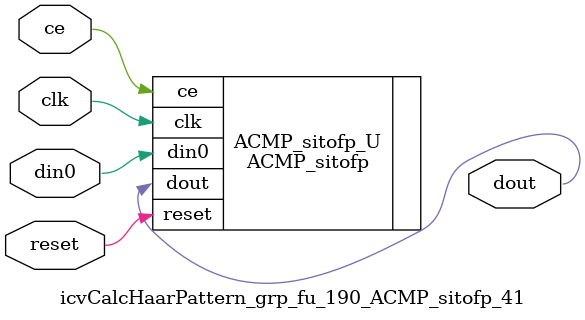
<source format=v>

`timescale 1 ns / 1 ps
module icvCalcHaarPattern_grp_fu_190_ACMP_sitofp_41(
    clk,
    reset,
    ce,
    din0,
    dout);

parameter ID = 32'd1;
parameter NUM_STAGE = 32'd1;
parameter din0_WIDTH = 32'd1;
parameter dout_WIDTH = 32'd1;
input clk;
input reset;
input ce;
input[din0_WIDTH - 1:0] din0;
output[dout_WIDTH - 1:0] dout;



ACMP_sitofp #(
.ID( ID ),
.NUM_STAGE( 4 ),
.din0_WIDTH( din0_WIDTH ),
.dout_WIDTH( dout_WIDTH ))
ACMP_sitofp_U(
    .clk( clk ),
    .reset( reset ),
    .ce( ce ),
    .din0( din0 ),
    .dout( dout ));

endmodule

</source>
